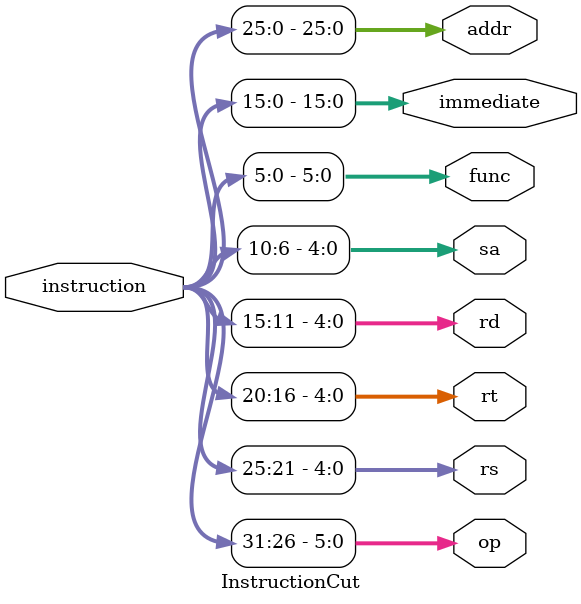
<source format=v>
`timescale 1ns / 1ps
module InstructionCut(
        input [31:0] instruction,
        output reg[5:0] op,
        output reg[4:0] rs,
        output reg[4:0] rt,
        output reg[4:0] rd,
        output reg[4:0] sa,
		  output reg[5:0] func,
        output reg[15:0] immediate,
        output reg[25:0] addr
    );

    initial begin
        op = 6'b000000;
        rs = 5'b00000;
        rt = 5'b00000;
        rd = 5'b00000;
		  func = 6'b000000;
    end

    always@(instruction) 
    begin
        op = instruction[31:26];
		  func = instruction[5:0];
        rs = instruction[25:21];
        rt = instruction[20:16];
        rd = instruction[15:11];
        sa = instruction[10:6];
        immediate = instruction[15:0];
        addr = instruction[25:0];
    end
endmodule


</source>
